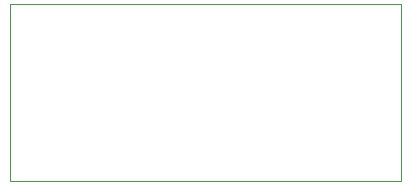
<source format=gbr>
%TF.GenerationSoftware,KiCad,Pcbnew,(5.1.6)-1*%
%TF.CreationDate,2021-08-20T17:07:34-05:00*%
%TF.ProjectId,Pikatea Macropad GB3 Addon,50696b61-7465-4612-904d-6163726f7061,rev?*%
%TF.SameCoordinates,Original*%
%TF.FileFunction,Profile,NP*%
%FSLAX46Y46*%
G04 Gerber Fmt 4.6, Leading zero omitted, Abs format (unit mm)*
G04 Created by KiCad (PCBNEW (5.1.6)-1) date 2021-08-20 17:07:34*
%MOMM*%
%LPD*%
G01*
G04 APERTURE LIST*
%TA.AperFunction,Profile*%
%ADD10C,0.050000*%
%TD*%
G04 APERTURE END LIST*
D10*
X181000000Y-99000000D02*
X181000000Y-114000000D01*
X181000000Y-99000000D02*
X214100000Y-99000000D01*
X214100000Y-114000000D02*
X181000000Y-114000000D01*
X214100000Y-114000000D02*
X214100000Y-99000000D01*
M02*

</source>
